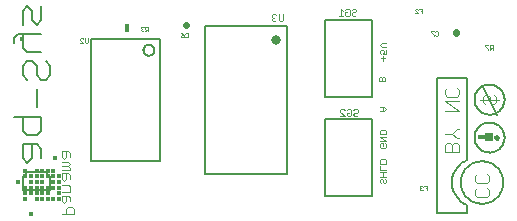
<source format=gbo>
G75*
G70*
%OFA0B0*%
%FSLAX24Y24*%
%IPPOS*%
%LPD*%
%AMOC8*
5,1,8,0,0,1.08239X$1,22.5*
%
%ADD10C,0.0020*%
%ADD11C,0.0060*%
%ADD12C,0.0010*%
%ADD13C,0.0080*%
%ADD14C,0.0320*%
%ADD15R,0.0160X0.0280*%
%ADD16C,0.0050*%
%ADD17C,0.0220*%
%ADD18C,0.0030*%
%ADD19R,0.0125X0.0125*%
%ADD20C,0.0040*%
%ADD21R,0.0512X0.0157*%
%ADD22R,0.0276X0.0315*%
D10*
X013001Y004414D02*
X013148Y004414D01*
X013001Y004561D01*
X013001Y004598D01*
X013038Y004635D01*
X013111Y004635D01*
X013148Y004598D01*
X013222Y004598D02*
X013259Y004635D01*
X013332Y004635D01*
X013369Y004598D01*
X013369Y004451D01*
X013332Y004414D01*
X013259Y004414D01*
X013222Y004451D01*
X013222Y004525D01*
X013296Y004525D01*
X013443Y004488D02*
X013443Y004451D01*
X013480Y004414D01*
X013553Y004414D01*
X013590Y004451D01*
X013553Y004525D02*
X013480Y004525D01*
X013443Y004488D01*
X013443Y004598D02*
X013480Y004635D01*
X013553Y004635D01*
X013590Y004598D01*
X013590Y004561D01*
X013553Y004525D01*
X014315Y004578D02*
X014462Y004578D01*
X014535Y004651D01*
X014462Y004725D01*
X014315Y004725D01*
X014425Y004725D02*
X014425Y004578D01*
X014352Y003943D02*
X014498Y003943D01*
X014535Y003907D01*
X014535Y003797D01*
X014315Y003797D01*
X014315Y003907D01*
X014352Y003943D01*
X014315Y003722D02*
X014535Y003722D01*
X014535Y003576D02*
X014315Y003576D01*
X014352Y003501D02*
X014425Y003501D01*
X014425Y003428D01*
X014352Y003501D02*
X014315Y003465D01*
X014315Y003391D01*
X014352Y003355D01*
X014498Y003355D01*
X014535Y003391D01*
X014535Y003465D01*
X014498Y003501D01*
X014535Y003576D02*
X014315Y003722D01*
X014352Y002975D02*
X014498Y002975D01*
X014535Y002938D01*
X014535Y002828D01*
X014315Y002828D01*
X014315Y002938D01*
X014352Y002975D01*
X014315Y002754D02*
X014315Y002607D01*
X014535Y002607D01*
X014535Y002533D02*
X014315Y002533D01*
X014425Y002533D02*
X014425Y002386D01*
X014388Y002312D02*
X014352Y002312D01*
X014315Y002275D01*
X014315Y002202D01*
X014352Y002165D01*
X014425Y002202D02*
X014425Y002275D01*
X014388Y002312D01*
X014315Y002386D02*
X014535Y002386D01*
X014498Y002312D02*
X014535Y002275D01*
X014535Y002202D01*
X014498Y002165D01*
X014462Y002165D01*
X014425Y002202D01*
X014394Y005578D02*
X014394Y005688D01*
X014357Y005725D01*
X014320Y005725D01*
X014284Y005688D01*
X014284Y005578D01*
X014504Y005578D01*
X014504Y005688D01*
X014467Y005725D01*
X014431Y005725D01*
X014394Y005688D01*
X014425Y006261D02*
X014425Y006408D01*
X014425Y006482D02*
X014462Y006555D01*
X014462Y006592D01*
X014425Y006629D01*
X014352Y006629D01*
X014315Y006592D01*
X014315Y006519D01*
X014352Y006482D01*
X014425Y006482D02*
X014535Y006482D01*
X014535Y006629D01*
X014535Y006703D02*
X014388Y006703D01*
X014315Y006776D01*
X014388Y006850D01*
X014535Y006850D01*
X014498Y006334D02*
X014352Y006334D01*
X013502Y007757D02*
X013539Y007794D01*
X013502Y007757D02*
X013429Y007757D01*
X013392Y007794D01*
X013392Y007830D01*
X013429Y007867D01*
X013502Y007867D01*
X013539Y007904D01*
X013539Y007940D01*
X013502Y007977D01*
X013429Y007977D01*
X013392Y007940D01*
X013318Y007940D02*
X013318Y007794D01*
X013281Y007757D01*
X013208Y007757D01*
X013171Y007794D01*
X013171Y007867D01*
X013244Y007867D01*
X013171Y007940D02*
X013208Y007977D01*
X013281Y007977D01*
X013318Y007940D01*
X013097Y007904D02*
X013023Y007977D01*
X013023Y007757D01*
X012950Y007757D02*
X013097Y007757D01*
X011098Y007800D02*
X011098Y007617D01*
X011061Y007580D01*
X010987Y007580D01*
X010951Y007617D01*
X010951Y007800D01*
X010877Y007764D02*
X010840Y007800D01*
X010766Y007800D01*
X010730Y007764D01*
X010730Y007727D01*
X010766Y007690D01*
X010730Y007653D01*
X010730Y007617D01*
X010766Y007580D01*
X010840Y007580D01*
X010877Y007617D01*
X010803Y007690D02*
X010766Y007690D01*
D11*
X007009Y006992D02*
X004706Y006992D01*
X004706Y002898D01*
X007009Y002898D01*
X007009Y006992D01*
X006444Y006608D02*
X006446Y006634D01*
X006452Y006660D01*
X006461Y006685D01*
X006474Y006708D01*
X006490Y006729D01*
X006509Y006747D01*
X006531Y006763D01*
X006554Y006775D01*
X006579Y006783D01*
X006605Y006788D01*
X006632Y006789D01*
X006658Y006786D01*
X006683Y006779D01*
X006708Y006769D01*
X006730Y006755D01*
X006751Y006738D01*
X006768Y006719D01*
X006783Y006697D01*
X006794Y006673D01*
X006802Y006647D01*
X006806Y006621D01*
X006806Y006595D01*
X006802Y006569D01*
X006794Y006543D01*
X006783Y006519D01*
X006768Y006497D01*
X006751Y006478D01*
X006730Y006461D01*
X006708Y006447D01*
X006683Y006437D01*
X006658Y006430D01*
X006632Y006427D01*
X006605Y006428D01*
X006579Y006433D01*
X006554Y006441D01*
X006531Y006453D01*
X006509Y006469D01*
X006490Y006487D01*
X006474Y006508D01*
X006461Y006531D01*
X006452Y006556D01*
X006446Y006582D01*
X006444Y006608D01*
D12*
X006433Y007244D02*
X006458Y007269D01*
X006433Y007244D02*
X006383Y007244D01*
X006358Y007269D01*
X006358Y007294D01*
X006383Y007319D01*
X006408Y007319D01*
X006383Y007319D02*
X006358Y007344D01*
X006358Y007369D01*
X006383Y007394D01*
X006433Y007394D01*
X006458Y007369D01*
X006505Y007369D02*
X006505Y007319D01*
X006530Y007294D01*
X006605Y007294D01*
X006555Y007294D02*
X006505Y007244D01*
X006605Y007244D02*
X006605Y007394D01*
X006530Y007394D01*
X006505Y007369D01*
X007697Y007181D02*
X007747Y007156D01*
X007797Y007106D01*
X007722Y007106D01*
X007697Y007081D01*
X007697Y007056D01*
X007722Y007031D01*
X007772Y007031D01*
X007797Y007056D01*
X007797Y007106D01*
X007845Y007056D02*
X007870Y007031D01*
X007920Y007031D01*
X007945Y007056D01*
X007945Y007156D01*
X007920Y007181D01*
X007870Y007181D01*
X007845Y007156D01*
X004589Y007010D02*
X004589Y006884D01*
X004564Y006859D01*
X004514Y006859D01*
X004489Y006884D01*
X004489Y007010D01*
X004441Y006984D02*
X004416Y007010D01*
X004366Y007010D01*
X004341Y006984D01*
X004341Y006959D01*
X004441Y006859D01*
X004341Y006859D01*
X015493Y007830D02*
X015593Y007830D01*
X015493Y007930D01*
X015493Y007955D01*
X015518Y007980D01*
X015568Y007980D01*
X015593Y007955D01*
X015640Y007980D02*
X015740Y007980D01*
X015740Y007830D01*
X015740Y007905D02*
X015690Y007905D01*
X016018Y007234D02*
X016018Y007209D01*
X016119Y007109D01*
X016119Y007084D01*
X016166Y007109D02*
X016191Y007084D01*
X016241Y007084D01*
X016266Y007109D01*
X016266Y007209D01*
X016241Y007234D01*
X016191Y007234D01*
X016166Y007209D01*
X016119Y007234D02*
X016018Y007234D01*
X017837Y006771D02*
X017837Y006746D01*
X017937Y006646D01*
X017937Y006621D01*
X017985Y006621D02*
X018035Y006671D01*
X018010Y006671D02*
X018085Y006671D01*
X018085Y006621D02*
X018085Y006771D01*
X018010Y006771D01*
X017985Y006746D01*
X017985Y006696D01*
X018010Y006671D01*
X017937Y006771D02*
X017837Y006771D01*
X015900Y002080D02*
X015800Y002080D01*
X015753Y002055D02*
X015728Y002080D01*
X015678Y002080D01*
X015653Y002055D01*
X015653Y002030D01*
X015678Y002005D01*
X015653Y001980D01*
X015653Y001955D01*
X015678Y001930D01*
X015728Y001930D01*
X015753Y001955D01*
X015703Y002005D02*
X015678Y002005D01*
X015850Y002005D02*
X015900Y002005D01*
X015900Y001930D02*
X015900Y002080D01*
D13*
X011216Y002484D02*
X011216Y007406D01*
X008499Y007406D01*
X008499Y002484D01*
X011216Y002484D01*
X003341Y002394D02*
X003341Y001933D01*
X002420Y001933D01*
X002420Y002394D01*
X002574Y002547D01*
X003187Y002547D01*
X003341Y002394D01*
X002727Y003007D02*
X002574Y002854D01*
X002420Y003007D01*
X002420Y003468D01*
X002881Y003468D01*
X003034Y003314D01*
X003034Y003007D01*
X002727Y003007D02*
X002727Y003468D01*
X002574Y003775D02*
X002420Y003928D01*
X002420Y004389D01*
X002113Y004389D02*
X003034Y004389D01*
X003034Y003928D01*
X002881Y003775D01*
X002574Y003775D01*
X002881Y004696D02*
X002881Y005309D01*
X003034Y005616D02*
X002881Y005770D01*
X002881Y006077D01*
X002727Y006230D01*
X002574Y006230D01*
X002420Y006077D01*
X002420Y005770D01*
X002574Y005616D01*
X003034Y005616D02*
X003187Y005616D01*
X003341Y005770D01*
X003341Y006077D01*
X003187Y006230D01*
X003034Y006537D02*
X002574Y006537D01*
X002420Y006691D01*
X002420Y007151D01*
X002267Y007151D02*
X002113Y006998D01*
X002113Y006844D01*
X002267Y007151D02*
X003034Y007151D01*
X002881Y007458D02*
X003034Y007611D01*
X003034Y008072D01*
X002727Y007918D02*
X002727Y007611D01*
X002881Y007458D01*
X002420Y007458D02*
X002420Y007918D01*
X002574Y008072D01*
X002727Y007918D01*
D14*
X010858Y006945D03*
D15*
X005885Y007339D03*
D16*
X012488Y007605D02*
X012488Y005045D01*
X014063Y005045D01*
X014063Y007605D01*
X012488Y007605D01*
X016229Y005695D02*
X016229Y001195D01*
X017229Y001195D01*
X017229Y001445D01*
X017228Y001445D02*
X017177Y001468D01*
X017128Y001495D01*
X017080Y001525D01*
X017035Y001558D01*
X016992Y001595D01*
X016952Y001634D01*
X016914Y001676D01*
X016880Y001721D01*
X016849Y001768D01*
X016821Y001816D01*
X016796Y001867D01*
X016775Y001919D01*
X016758Y001973D01*
X016744Y002027D01*
X016735Y002083D01*
X016729Y002139D01*
X016727Y002195D01*
X016729Y002251D01*
X016735Y002307D01*
X016744Y002363D01*
X016758Y002417D01*
X016775Y002471D01*
X016796Y002523D01*
X016821Y002574D01*
X016849Y002622D01*
X016880Y002669D01*
X016914Y002714D01*
X016952Y002756D01*
X016992Y002795D01*
X017035Y002832D01*
X017080Y002865D01*
X017128Y002895D01*
X017177Y002922D01*
X017228Y002945D01*
X017229Y002945D02*
X017229Y005695D01*
X016229Y005695D01*
X017729Y005459D02*
X018229Y004459D01*
X017479Y004959D02*
X017481Y005003D01*
X017487Y005047D01*
X017497Y005090D01*
X017510Y005132D01*
X017527Y005173D01*
X017548Y005212D01*
X017572Y005249D01*
X017599Y005284D01*
X017629Y005316D01*
X017662Y005346D01*
X017698Y005372D01*
X017735Y005396D01*
X017775Y005415D01*
X017816Y005432D01*
X017859Y005444D01*
X017902Y005453D01*
X017946Y005458D01*
X017990Y005459D01*
X018034Y005456D01*
X018078Y005449D01*
X018121Y005438D01*
X018163Y005424D01*
X018203Y005406D01*
X018242Y005384D01*
X018278Y005360D01*
X018312Y005332D01*
X018344Y005301D01*
X018373Y005267D01*
X018399Y005231D01*
X018421Y005193D01*
X018440Y005153D01*
X018455Y005111D01*
X018467Y005069D01*
X018475Y005025D01*
X018479Y004981D01*
X018479Y004937D01*
X018475Y004893D01*
X018467Y004849D01*
X018455Y004807D01*
X018440Y004765D01*
X018421Y004725D01*
X018399Y004687D01*
X018373Y004651D01*
X018344Y004617D01*
X018312Y004586D01*
X018278Y004558D01*
X018242Y004534D01*
X018203Y004512D01*
X018163Y004494D01*
X018121Y004480D01*
X018078Y004469D01*
X018034Y004462D01*
X017990Y004459D01*
X017946Y004460D01*
X017902Y004465D01*
X017859Y004474D01*
X017816Y004486D01*
X017775Y004503D01*
X017735Y004522D01*
X017698Y004546D01*
X017662Y004572D01*
X017629Y004602D01*
X017599Y004634D01*
X017572Y004669D01*
X017548Y004706D01*
X017527Y004745D01*
X017510Y004786D01*
X017497Y004828D01*
X017487Y004871D01*
X017481Y004915D01*
X017479Y004959D01*
X017479Y003695D02*
X017481Y003739D01*
X017487Y003783D01*
X017497Y003826D01*
X017510Y003868D01*
X017527Y003909D01*
X017548Y003948D01*
X017572Y003985D01*
X017599Y004020D01*
X017629Y004052D01*
X017662Y004082D01*
X017698Y004108D01*
X017735Y004132D01*
X017775Y004151D01*
X017816Y004168D01*
X017859Y004180D01*
X017902Y004189D01*
X017946Y004194D01*
X017990Y004195D01*
X018034Y004192D01*
X018078Y004185D01*
X018121Y004174D01*
X018163Y004160D01*
X018203Y004142D01*
X018242Y004120D01*
X018278Y004096D01*
X018312Y004068D01*
X018344Y004037D01*
X018373Y004003D01*
X018399Y003967D01*
X018421Y003929D01*
X018440Y003889D01*
X018455Y003847D01*
X018467Y003805D01*
X018475Y003761D01*
X018479Y003717D01*
X018479Y003673D01*
X018475Y003629D01*
X018467Y003585D01*
X018455Y003543D01*
X018440Y003501D01*
X018421Y003461D01*
X018399Y003423D01*
X018373Y003387D01*
X018344Y003353D01*
X018312Y003322D01*
X018278Y003294D01*
X018242Y003270D01*
X018203Y003248D01*
X018163Y003230D01*
X018121Y003216D01*
X018078Y003205D01*
X018034Y003198D01*
X017990Y003195D01*
X017946Y003196D01*
X017902Y003201D01*
X017859Y003210D01*
X017816Y003222D01*
X017775Y003239D01*
X017735Y003258D01*
X017698Y003282D01*
X017662Y003308D01*
X017629Y003338D01*
X017599Y003370D01*
X017572Y003405D01*
X017548Y003442D01*
X017527Y003481D01*
X017510Y003522D01*
X017497Y003564D01*
X017487Y003607D01*
X017481Y003651D01*
X017479Y003695D01*
X018193Y003695D02*
X018195Y003707D01*
X018201Y003717D01*
X018209Y003725D01*
X018220Y003730D01*
X018232Y003731D01*
X018243Y003728D01*
X018253Y003721D01*
X018261Y003712D01*
X018265Y003701D01*
X018265Y003689D01*
X018261Y003678D01*
X018253Y003669D01*
X018243Y003662D01*
X018232Y003659D01*
X018220Y003660D01*
X018209Y003665D01*
X018201Y003673D01*
X018195Y003683D01*
X018193Y003695D01*
X018171Y003695D02*
X018173Y003709D01*
X018178Y003723D01*
X018187Y003735D01*
X018198Y003744D01*
X018211Y003750D01*
X018225Y003753D01*
X018240Y003752D01*
X018254Y003747D01*
X018266Y003740D01*
X018276Y003729D01*
X018283Y003716D01*
X018287Y003702D01*
X018287Y003688D01*
X018283Y003674D01*
X018276Y003661D01*
X018266Y003650D01*
X018254Y003643D01*
X018240Y003638D01*
X018225Y003637D01*
X018211Y003640D01*
X018198Y003646D01*
X018187Y003655D01*
X018178Y003667D01*
X018173Y003681D01*
X018171Y003695D01*
X017022Y002195D02*
X017024Y002248D01*
X017030Y002300D01*
X017040Y002352D01*
X017053Y002403D01*
X017071Y002453D01*
X017092Y002502D01*
X017117Y002549D01*
X017145Y002593D01*
X017176Y002636D01*
X017211Y002676D01*
X017248Y002713D01*
X017288Y002748D01*
X017331Y002779D01*
X017376Y002807D01*
X017422Y002832D01*
X017471Y002853D01*
X017521Y002871D01*
X017572Y002884D01*
X017624Y002894D01*
X017676Y002900D01*
X017729Y002902D01*
X017782Y002900D01*
X017834Y002894D01*
X017886Y002884D01*
X017937Y002871D01*
X017987Y002853D01*
X018036Y002832D01*
X018083Y002807D01*
X018127Y002779D01*
X018170Y002748D01*
X018210Y002713D01*
X018247Y002676D01*
X018282Y002636D01*
X018313Y002593D01*
X018341Y002548D01*
X018366Y002502D01*
X018387Y002453D01*
X018405Y002403D01*
X018418Y002352D01*
X018428Y002300D01*
X018434Y002248D01*
X018436Y002195D01*
X018434Y002142D01*
X018428Y002090D01*
X018418Y002038D01*
X018405Y001987D01*
X018387Y001937D01*
X018366Y001888D01*
X018341Y001841D01*
X018313Y001797D01*
X018282Y001754D01*
X018247Y001714D01*
X018210Y001677D01*
X018170Y001642D01*
X018127Y001611D01*
X018082Y001583D01*
X018036Y001558D01*
X017987Y001537D01*
X017937Y001519D01*
X017886Y001506D01*
X017834Y001496D01*
X017782Y001490D01*
X017729Y001488D01*
X017676Y001490D01*
X017624Y001496D01*
X017572Y001506D01*
X017521Y001519D01*
X017471Y001537D01*
X017422Y001558D01*
X017375Y001583D01*
X017331Y001611D01*
X017288Y001642D01*
X017248Y001677D01*
X017211Y001714D01*
X017176Y001754D01*
X017145Y001797D01*
X017117Y001842D01*
X017092Y001888D01*
X017071Y001937D01*
X017053Y001987D01*
X017040Y002038D01*
X017030Y002090D01*
X017024Y002142D01*
X017022Y002195D01*
X014069Y001743D02*
X012494Y001743D01*
X012494Y004302D01*
X014069Y004302D01*
X014069Y001743D01*
D17*
X016858Y007183D02*
X016858Y007207D01*
X007850Y007433D02*
X007850Y007457D01*
D18*
X003930Y003232D02*
X003745Y003232D01*
X003745Y003047D01*
X003807Y002985D01*
X003869Y003047D01*
X003869Y003232D01*
X003930Y003232D02*
X003992Y003171D01*
X003992Y003047D01*
X003930Y002864D02*
X003745Y002864D01*
X003745Y002741D02*
X003930Y002741D01*
X003992Y002802D01*
X003930Y002864D01*
X003930Y002741D02*
X003992Y002679D01*
X003992Y002617D01*
X003745Y002617D01*
X003745Y002496D02*
X003745Y002311D01*
X003807Y002249D01*
X003869Y002311D01*
X003869Y002496D01*
X003930Y002496D02*
X003745Y002496D01*
X003930Y002496D02*
X003992Y002434D01*
X003992Y002311D01*
X003930Y002127D02*
X003745Y002127D01*
X003930Y002127D02*
X003992Y002066D01*
X003992Y001880D01*
X003745Y001880D01*
X003745Y001759D02*
X003745Y001574D01*
X003807Y001512D01*
X003869Y001574D01*
X003869Y001759D01*
X003930Y001759D02*
X003745Y001759D01*
X003930Y001759D02*
X003992Y001697D01*
X003992Y001574D01*
X003930Y001391D02*
X003869Y001329D01*
X003869Y001144D01*
X003745Y001144D02*
X004115Y001144D01*
X004115Y001329D01*
X004054Y001391D01*
X003930Y001391D01*
D19*
X002693Y001151D03*
X002880Y001651D03*
X003068Y001651D03*
X003255Y001651D03*
X003443Y001651D03*
X003630Y001651D03*
X003630Y001839D03*
X003630Y002026D03*
X003443Y002026D03*
X003255Y002026D03*
X003255Y001839D03*
X003068Y001839D03*
X003068Y002026D03*
X002880Y002026D03*
X002880Y001839D03*
X002693Y001839D03*
X002693Y002026D03*
X002505Y002026D03*
X002505Y001839D03*
X002505Y001651D03*
X002693Y002214D03*
X002880Y002214D03*
X002880Y002401D03*
X002693Y002401D03*
X002505Y002401D03*
X002255Y002214D03*
X002505Y002589D03*
X002880Y002589D03*
X003068Y002589D03*
X003255Y002589D03*
X003443Y002589D03*
X003443Y002401D03*
X003630Y002401D03*
X003630Y002214D03*
X003443Y002214D03*
X003255Y002401D03*
X003068Y002401D03*
X003068Y002214D03*
X003505Y003026D03*
X002380Y006964D03*
D20*
X016501Y005284D02*
X016501Y005130D01*
X016577Y005053D01*
X016884Y005053D01*
X016961Y005130D01*
X016961Y005284D01*
X016884Y005360D01*
X016577Y005360D02*
X016501Y005284D01*
X016501Y004900D02*
X016961Y004900D01*
X016961Y004593D02*
X016501Y004593D01*
X016501Y004900D02*
X016961Y004593D01*
X017672Y004961D02*
X018286Y004961D01*
X018209Y004884D02*
X018209Y005038D01*
X018132Y005115D01*
X017979Y005038D02*
X017979Y004884D01*
X018055Y004808D01*
X018132Y004808D01*
X018209Y004884D01*
X017979Y005038D02*
X017902Y005115D01*
X017825Y005115D01*
X017749Y005038D01*
X017749Y004884D01*
X017825Y004808D01*
X016961Y003982D02*
X016884Y003982D01*
X016731Y003829D01*
X016501Y003829D01*
X016731Y003829D01*
X016884Y003675D01*
X016961Y003675D01*
X016884Y003675D01*
X016731Y003829D01*
X016884Y003982D01*
X016961Y003982D01*
X016884Y003522D02*
X016807Y003522D01*
X016731Y003445D01*
X016731Y003215D01*
X016731Y003445D01*
X016654Y003522D01*
X016577Y003522D01*
X016501Y003445D01*
X016501Y003215D01*
X016961Y003215D01*
X016961Y003445D01*
X016884Y003522D01*
X016807Y003522D01*
X016731Y003445D01*
X016654Y003522D01*
X016577Y003522D01*
X016501Y003445D01*
X016501Y003215D01*
X016961Y003215D01*
X016961Y003445D01*
X016884Y003522D01*
X018193Y003609D02*
X018193Y003685D01*
X018270Y003685D01*
X018270Y003609D01*
X018193Y003609D01*
X017882Y002482D02*
X017959Y002406D01*
X017959Y002252D01*
X017882Y002175D01*
X017575Y002175D01*
X017499Y002252D01*
X017499Y002406D01*
X017575Y002482D01*
X017575Y002022D02*
X017499Y001945D01*
X017499Y001792D01*
X017575Y001715D01*
X017882Y001715D01*
X017959Y001792D01*
X017959Y001945D01*
X017882Y002022D01*
D21*
X017839Y003707D03*
D22*
X017957Y003707D03*
M02*

</source>
